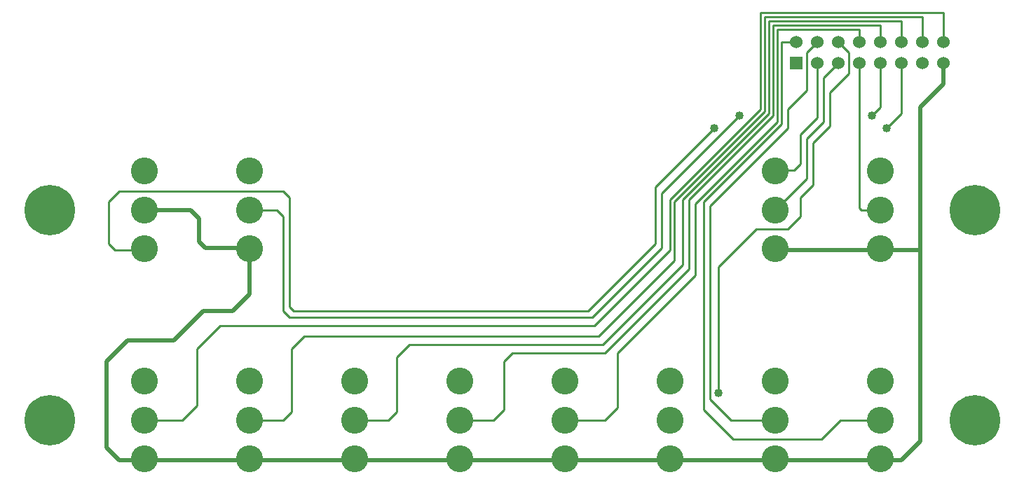
<source format=gbr>
G04 start of page 2 for group 0 idx 0 *
G04 Title: (unknown), top *
G04 Creator: pcb 20140316 *
G04 CreationDate: Tue 18 Oct 2016 08:42:36 AM GMT UTC *
G04 For: atommann *
G04 Format: Gerber/RS-274X *
G04 PCB-Dimensions (mil): 8000.00 8000.00 *
G04 PCB-Coordinate-Origin: lower left *
%MOIN*%
%FSLAX25Y25*%
%LNTOP*%
%ADD20C,0.0380*%
%ADD19C,0.0870*%
%ADD18C,0.1200*%
%ADD17C,0.0400*%
%ADD16C,0.0600*%
%ADD15C,0.0001*%
%ADD14C,0.1280*%
%ADD13C,0.2400*%
%ADD12C,0.0200*%
%ADD11C,0.0100*%
G54D11*X502000Y226000D02*Y254000D01*
X506000Y224000D02*Y255000D01*
X529000Y278000D01*
X509000Y222000D02*Y255000D01*
X512000Y219000D02*Y253000D01*
X500000Y255000D02*Y231000D01*
X562000Y247000D02*X556000Y241000D01*
X541000D01*
X523000Y223000D01*
X496000Y258000D02*Y232000D01*
X493000Y234000D02*Y261000D01*
X630000Y344000D02*Y330000D01*
X620000D02*Y341000D01*
X610000Y340000D02*Y330000D01*
X600000Y338000D02*Y330000D01*
X590000Y336000D02*Y330000D01*
X630000Y344000D02*X543000D01*
X545000Y342000D02*X620000D01*
Y341000D01*
X590000Y336000D02*X551000D01*
X600000Y338000D02*X549000D01*
X547000Y340000D02*X610000D01*
X545000Y297000D02*Y342000D01*
X547000Y296000D02*Y340000D01*
X549000Y295000D02*Y338000D01*
X551000Y292000D02*Y336000D01*
X543000Y344000D02*Y298000D01*
X553000Y291000D02*Y330000D01*
X560000D01*
X570000D02*X565000Y325000D01*
Y307000D01*
X556000Y298000D01*
X562000Y286000D02*X570000Y294000D01*
Y320000D01*
X565000Y284000D02*X573000Y292000D01*
Y313000D01*
X580000Y320000D01*
Y330000D02*X585000Y325000D01*
Y315000D01*
X547000Y296000D02*X529000Y278000D01*
X559000Y269000D02*X562000Y272000D01*
Y286000D01*
X565000Y265000D02*Y284000D01*
X550000Y250000D02*X565000Y265000D01*
X600000Y250000D02*X591000D01*
X590000Y251000D01*
X562000Y256000D02*Y247000D01*
G54D12*X550000Y231000D02*X619000D01*
G54D11*X550000Y269000D02*X559000D01*
X549000Y295000D02*X509000Y255000D01*
X551000Y292000D02*X512000Y253000D01*
X516000Y254000D02*X553000Y291000D01*
X519000Y252000D02*X556000Y289000D01*
X545000Y297000D02*X502000Y254000D01*
X543000Y298000D02*X500000Y255000D01*
X533000Y295000D02*X496000Y258000D01*
X493000Y261000D02*X521000Y289000D01*
X556000Y298000D02*Y289000D01*
X576000Y306000D02*Y290000D01*
X590000Y320000D02*Y251000D01*
X576000Y290000D02*X568000Y282000D01*
Y262000D01*
X562000Y256000D01*
X585000Y315000D02*X576000Y306000D01*
X600000Y320000D02*Y299000D01*
X596000Y295000D01*
X603000Y289000D02*X610000Y296000D01*
Y320000D01*
G54D12*X630000D02*Y310000D01*
X619000Y299000D01*
Y140000D01*
G54D11*X286000Y195000D02*X464000D01*
X326000Y190000D02*X466000D01*
X376000Y186000D02*X468000D01*
X366000Y150000D02*X370000Y154000D01*
Y180000D01*
X400000Y150000D02*X416000D01*
X421000Y155000D01*
Y178000D01*
X425000Y182000D01*
X469000D01*
X450000Y150000D02*X469000D01*
X475000Y156000D01*
Y182000D01*
X319000Y199000D02*X463000D01*
X321000Y202000D02*X461000D01*
X250000Y150000D02*X268000D01*
X275000Y157000D01*
Y184000D01*
X286000Y195000D01*
X300000Y150000D02*X316000D01*
X320000Y154000D01*
Y184000D01*
G54D12*X232000Y137000D02*Y178000D01*
X242000Y188000D01*
X264000D01*
X278000Y202000D01*
X292000D01*
G54D11*X316000D02*X319000Y199000D01*
X466000Y190000D02*X502000Y226000D01*
X468000Y186000D02*X506000Y224000D01*
X469000Y182000D02*X509000Y222000D01*
X475000Y182000D02*X512000Y219000D01*
X516000Y254000D02*Y155000D01*
X519000Y160000D02*Y252000D01*
X523000Y223000D02*Y163000D01*
X464000Y195000D02*X500000Y231000D01*
X463000Y199000D02*X496000Y232000D01*
X461000Y202000D02*X493000Y234000D01*
X572000Y141000D02*X530000D01*
X516000Y155000D01*
X550000Y150000D02*X529000D01*
X519000Y160000D01*
X600000Y150000D02*X581000D01*
X572000Y141000D01*
G54D12*X610000Y131000D02*X619000Y140000D01*
X610000Y131000D02*X238000D01*
X232000Y137000D01*
G54D11*X320000Y184000D02*X326000Y190000D01*
X350000Y150000D02*X366000D01*
X370000Y180000D02*X376000Y186000D01*
G54D12*X292000Y202000D02*X300000Y210000D01*
Y232000D01*
G54D11*X319000Y204000D02*X321000Y202000D01*
G54D12*X300000Y232000D02*X279000D01*
G54D11*X250000Y231000D02*X236000D01*
X233000Y234000D01*
G54D12*X279000Y232000D02*X276000Y235000D01*
Y246000D01*
X272000Y250000D01*
X250000D01*
G54D11*X233000Y234000D02*Y254000D01*
X238000Y259000D01*
X316000D01*
X319000Y256000D01*
X300000Y250000D02*X313000D01*
X316000Y247000D01*
Y202000D01*
X319000Y204000D02*Y256000D01*
G54D13*X205000Y150000D03*
Y250000D03*
G54D14*X300000Y231500D03*
Y250000D03*
Y268500D03*
X250000Y231500D03*
Y250000D03*
Y268500D03*
G54D13*X645000Y250000D03*
Y150000D03*
G54D14*X600000Y131500D03*
Y150000D03*
Y168500D03*
X550000Y131500D03*
Y150000D03*
Y168500D03*
X500000Y131500D03*
Y150000D03*
Y168500D03*
X450000Y131500D03*
Y150000D03*
Y168500D03*
X400000Y131500D03*
X300000D03*
X250000D03*
X400000Y150000D03*
X300000D03*
X250000D03*
X400000Y168500D03*
X300000D03*
X250000D03*
X350000Y131500D03*
Y150000D03*
Y168500D03*
G54D15*G36*
X557000Y323000D02*Y317000D01*
X563000D01*
Y323000D01*
X557000D01*
G37*
G54D16*X560000Y330000D03*
X570000Y320000D03*
Y330000D03*
X580000Y320000D03*
Y330000D03*
X590000Y320000D03*
G54D14*X600000Y231500D03*
Y250000D03*
Y268500D03*
G54D16*X590000Y330000D03*
X600000D03*
X610000D03*
X620000D03*
X630000D03*
X600000Y320000D03*
X610000D03*
X620000D03*
X630000D03*
G54D14*X550000Y231500D03*
Y250000D03*
Y268500D03*
G54D17*X523000Y163000D03*
X533000Y295000D03*
X596000D03*
X521000Y289000D03*
X603000D03*
G54D12*G54D18*G54D19*G54D18*G54D19*G54D20*G54D19*G54D20*G54D19*M02*

</source>
